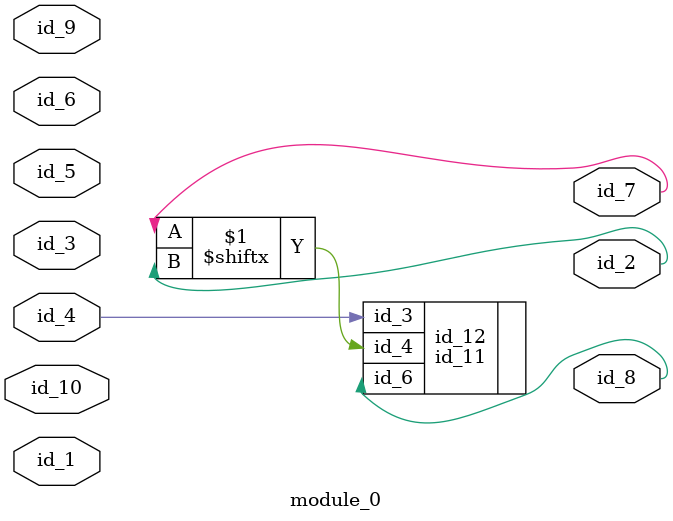
<source format=v>
module module_0 (
    id_1,
    id_2,
    id_3,
    id_4,
    id_5,
    id_6,
    id_7,
    id_8,
    id_9,
    id_10
);
  input id_10;
  input id_9;
  output id_8;
  output id_7;
  input id_6;
  input id_5;
  input id_4;
  input id_3;
  output id_2;
  input id_1;
  id_11 id_12 (
      .id_3(id_4),
      .id_6(id_8),
      .id_4(id_7[id_2])
  );
endmodule

</source>
